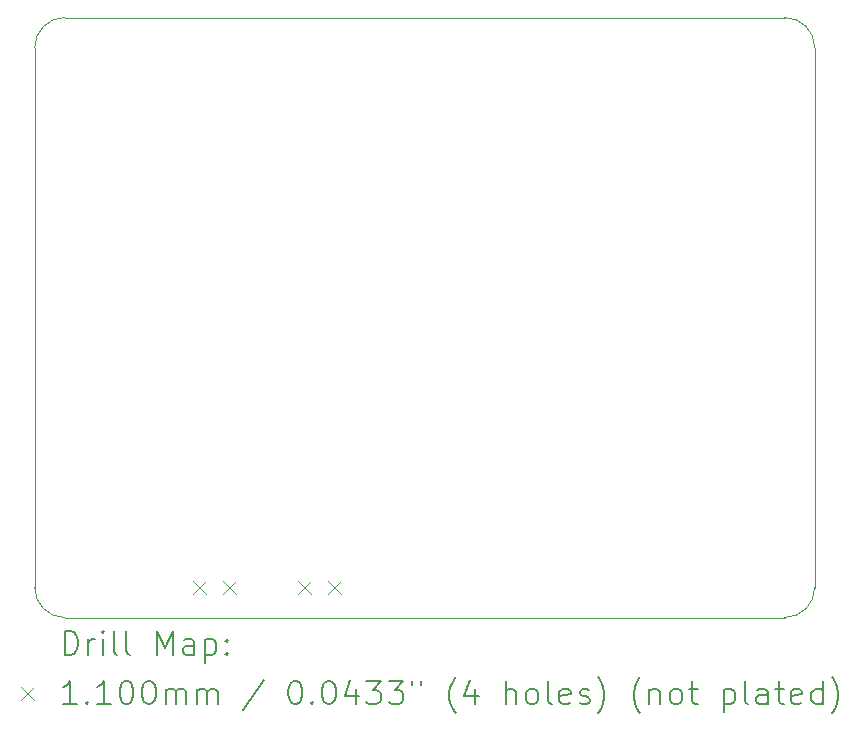
<source format=gbr>
%TF.GenerationSoftware,KiCad,Pcbnew,(6.0.7)*%
%TF.CreationDate,2023-06-21T14:44:01+08:00*%
%TF.ProjectId,Elevator_Indicator,456c6576-6174-46f7-925f-496e64696361,rev?*%
%TF.SameCoordinates,Original*%
%TF.FileFunction,Drillmap*%
%TF.FilePolarity,Positive*%
%FSLAX45Y45*%
G04 Gerber Fmt 4.5, Leading zero omitted, Abs format (unit mm)*
G04 Created by KiCad (PCBNEW (6.0.7)) date 2023-06-21 14:44:01*
%MOMM*%
%LPD*%
G01*
G04 APERTURE LIST*
%ADD10C,0.100000*%
%ADD11C,0.200000*%
%ADD12C,0.110000*%
G04 APERTURE END LIST*
D10*
X13970000Y-5334000D02*
X13970000Y-9906000D01*
X7366000Y-9906000D02*
G75*
G03*
X7620000Y-10160000I254000J0D01*
G01*
X13716000Y-10160000D02*
X7620000Y-10160000D01*
X7620000Y-5080000D02*
X13716000Y-5080000D01*
X7620000Y-5080000D02*
G75*
G03*
X7366000Y-5334000I0J-254000D01*
G01*
X13716000Y-10160000D02*
G75*
G03*
X13970000Y-9906000I0J254000D01*
G01*
X7366000Y-9906000D02*
X7366000Y-5334000D01*
X13970000Y-5334000D02*
G75*
G03*
X13716000Y-5080000I-254000J0D01*
G01*
D11*
D12*
X8708000Y-9851000D02*
X8818000Y-9961000D01*
X8818000Y-9851000D02*
X8708000Y-9961000D01*
X8962000Y-9851000D02*
X9072000Y-9961000D01*
X9072000Y-9851000D02*
X8962000Y-9961000D01*
X9597000Y-9851000D02*
X9707000Y-9961000D01*
X9707000Y-9851000D02*
X9597000Y-9961000D01*
X9851000Y-9851000D02*
X9961000Y-9961000D01*
X9961000Y-9851000D02*
X9851000Y-9961000D01*
D11*
X7618619Y-10475476D02*
X7618619Y-10275476D01*
X7666238Y-10275476D01*
X7694809Y-10285000D01*
X7713857Y-10304048D01*
X7723381Y-10323095D01*
X7732905Y-10361190D01*
X7732905Y-10389762D01*
X7723381Y-10427857D01*
X7713857Y-10446905D01*
X7694809Y-10465952D01*
X7666238Y-10475476D01*
X7618619Y-10475476D01*
X7818619Y-10475476D02*
X7818619Y-10342143D01*
X7818619Y-10380238D02*
X7828143Y-10361190D01*
X7837667Y-10351667D01*
X7856714Y-10342143D01*
X7875762Y-10342143D01*
X7942428Y-10475476D02*
X7942428Y-10342143D01*
X7942428Y-10275476D02*
X7932905Y-10285000D01*
X7942428Y-10294524D01*
X7951952Y-10285000D01*
X7942428Y-10275476D01*
X7942428Y-10294524D01*
X8066238Y-10475476D02*
X8047190Y-10465952D01*
X8037667Y-10446905D01*
X8037667Y-10275476D01*
X8171000Y-10475476D02*
X8151952Y-10465952D01*
X8142428Y-10446905D01*
X8142428Y-10275476D01*
X8399571Y-10475476D02*
X8399571Y-10275476D01*
X8466238Y-10418333D01*
X8532905Y-10275476D01*
X8532905Y-10475476D01*
X8713857Y-10475476D02*
X8713857Y-10370714D01*
X8704333Y-10351667D01*
X8685286Y-10342143D01*
X8647190Y-10342143D01*
X8628143Y-10351667D01*
X8713857Y-10465952D02*
X8694810Y-10475476D01*
X8647190Y-10475476D01*
X8628143Y-10465952D01*
X8618619Y-10446905D01*
X8618619Y-10427857D01*
X8628143Y-10408810D01*
X8647190Y-10399286D01*
X8694810Y-10399286D01*
X8713857Y-10389762D01*
X8809095Y-10342143D02*
X8809095Y-10542143D01*
X8809095Y-10351667D02*
X8828143Y-10342143D01*
X8866238Y-10342143D01*
X8885286Y-10351667D01*
X8894810Y-10361190D01*
X8904333Y-10380238D01*
X8904333Y-10437381D01*
X8894810Y-10456429D01*
X8885286Y-10465952D01*
X8866238Y-10475476D01*
X8828143Y-10475476D01*
X8809095Y-10465952D01*
X8990048Y-10456429D02*
X8999571Y-10465952D01*
X8990048Y-10475476D01*
X8980524Y-10465952D01*
X8990048Y-10456429D01*
X8990048Y-10475476D01*
X8990048Y-10351667D02*
X8999571Y-10361190D01*
X8990048Y-10370714D01*
X8980524Y-10361190D01*
X8990048Y-10351667D01*
X8990048Y-10370714D01*
D12*
X7251000Y-10750000D02*
X7361000Y-10860000D01*
X7361000Y-10750000D02*
X7251000Y-10860000D01*
D11*
X7723381Y-10895476D02*
X7609095Y-10895476D01*
X7666238Y-10895476D02*
X7666238Y-10695476D01*
X7647190Y-10724048D01*
X7628143Y-10743095D01*
X7609095Y-10752619D01*
X7809095Y-10876429D02*
X7818619Y-10885952D01*
X7809095Y-10895476D01*
X7799571Y-10885952D01*
X7809095Y-10876429D01*
X7809095Y-10895476D01*
X8009095Y-10895476D02*
X7894809Y-10895476D01*
X7951952Y-10895476D02*
X7951952Y-10695476D01*
X7932905Y-10724048D01*
X7913857Y-10743095D01*
X7894809Y-10752619D01*
X8132905Y-10695476D02*
X8151952Y-10695476D01*
X8171000Y-10705000D01*
X8180524Y-10714524D01*
X8190048Y-10733571D01*
X8199571Y-10771667D01*
X8199571Y-10819286D01*
X8190048Y-10857381D01*
X8180524Y-10876429D01*
X8171000Y-10885952D01*
X8151952Y-10895476D01*
X8132905Y-10895476D01*
X8113857Y-10885952D01*
X8104333Y-10876429D01*
X8094809Y-10857381D01*
X8085286Y-10819286D01*
X8085286Y-10771667D01*
X8094809Y-10733571D01*
X8104333Y-10714524D01*
X8113857Y-10705000D01*
X8132905Y-10695476D01*
X8323381Y-10695476D02*
X8342428Y-10695476D01*
X8361476Y-10705000D01*
X8371000Y-10714524D01*
X8380524Y-10733571D01*
X8390048Y-10771667D01*
X8390048Y-10819286D01*
X8380524Y-10857381D01*
X8371000Y-10876429D01*
X8361476Y-10885952D01*
X8342428Y-10895476D01*
X8323381Y-10895476D01*
X8304333Y-10885952D01*
X8294809Y-10876429D01*
X8285286Y-10857381D01*
X8275762Y-10819286D01*
X8275762Y-10771667D01*
X8285286Y-10733571D01*
X8294809Y-10714524D01*
X8304333Y-10705000D01*
X8323381Y-10695476D01*
X8475762Y-10895476D02*
X8475762Y-10762143D01*
X8475762Y-10781190D02*
X8485286Y-10771667D01*
X8504333Y-10762143D01*
X8532905Y-10762143D01*
X8551952Y-10771667D01*
X8561476Y-10790714D01*
X8561476Y-10895476D01*
X8561476Y-10790714D02*
X8571000Y-10771667D01*
X8590048Y-10762143D01*
X8618619Y-10762143D01*
X8637667Y-10771667D01*
X8647190Y-10790714D01*
X8647190Y-10895476D01*
X8742429Y-10895476D02*
X8742429Y-10762143D01*
X8742429Y-10781190D02*
X8751952Y-10771667D01*
X8771000Y-10762143D01*
X8799571Y-10762143D01*
X8818619Y-10771667D01*
X8828143Y-10790714D01*
X8828143Y-10895476D01*
X8828143Y-10790714D02*
X8837667Y-10771667D01*
X8856714Y-10762143D01*
X8885286Y-10762143D01*
X8904333Y-10771667D01*
X8913857Y-10790714D01*
X8913857Y-10895476D01*
X9304333Y-10685952D02*
X9132905Y-10943095D01*
X9561476Y-10695476D02*
X9580524Y-10695476D01*
X9599571Y-10705000D01*
X9609095Y-10714524D01*
X9618619Y-10733571D01*
X9628143Y-10771667D01*
X9628143Y-10819286D01*
X9618619Y-10857381D01*
X9609095Y-10876429D01*
X9599571Y-10885952D01*
X9580524Y-10895476D01*
X9561476Y-10895476D01*
X9542429Y-10885952D01*
X9532905Y-10876429D01*
X9523381Y-10857381D01*
X9513857Y-10819286D01*
X9513857Y-10771667D01*
X9523381Y-10733571D01*
X9532905Y-10714524D01*
X9542429Y-10705000D01*
X9561476Y-10695476D01*
X9713857Y-10876429D02*
X9723381Y-10885952D01*
X9713857Y-10895476D01*
X9704333Y-10885952D01*
X9713857Y-10876429D01*
X9713857Y-10895476D01*
X9847190Y-10695476D02*
X9866238Y-10695476D01*
X9885286Y-10705000D01*
X9894810Y-10714524D01*
X9904333Y-10733571D01*
X9913857Y-10771667D01*
X9913857Y-10819286D01*
X9904333Y-10857381D01*
X9894810Y-10876429D01*
X9885286Y-10885952D01*
X9866238Y-10895476D01*
X9847190Y-10895476D01*
X9828143Y-10885952D01*
X9818619Y-10876429D01*
X9809095Y-10857381D01*
X9799571Y-10819286D01*
X9799571Y-10771667D01*
X9809095Y-10733571D01*
X9818619Y-10714524D01*
X9828143Y-10705000D01*
X9847190Y-10695476D01*
X10085286Y-10762143D02*
X10085286Y-10895476D01*
X10037667Y-10685952D02*
X9990048Y-10828810D01*
X10113857Y-10828810D01*
X10171000Y-10695476D02*
X10294810Y-10695476D01*
X10228143Y-10771667D01*
X10256714Y-10771667D01*
X10275762Y-10781190D01*
X10285286Y-10790714D01*
X10294810Y-10809762D01*
X10294810Y-10857381D01*
X10285286Y-10876429D01*
X10275762Y-10885952D01*
X10256714Y-10895476D01*
X10199571Y-10895476D01*
X10180524Y-10885952D01*
X10171000Y-10876429D01*
X10361476Y-10695476D02*
X10485286Y-10695476D01*
X10418619Y-10771667D01*
X10447190Y-10771667D01*
X10466238Y-10781190D01*
X10475762Y-10790714D01*
X10485286Y-10809762D01*
X10485286Y-10857381D01*
X10475762Y-10876429D01*
X10466238Y-10885952D01*
X10447190Y-10895476D01*
X10390048Y-10895476D01*
X10371000Y-10885952D01*
X10361476Y-10876429D01*
X10561476Y-10695476D02*
X10561476Y-10733571D01*
X10637667Y-10695476D02*
X10637667Y-10733571D01*
X10932905Y-10971667D02*
X10923381Y-10962143D01*
X10904333Y-10933571D01*
X10894810Y-10914524D01*
X10885286Y-10885952D01*
X10875762Y-10838333D01*
X10875762Y-10800238D01*
X10885286Y-10752619D01*
X10894810Y-10724048D01*
X10904333Y-10705000D01*
X10923381Y-10676429D01*
X10932905Y-10666905D01*
X11094810Y-10762143D02*
X11094810Y-10895476D01*
X11047190Y-10685952D02*
X10999571Y-10828810D01*
X11123381Y-10828810D01*
X11351952Y-10895476D02*
X11351952Y-10695476D01*
X11437667Y-10895476D02*
X11437667Y-10790714D01*
X11428143Y-10771667D01*
X11409095Y-10762143D01*
X11380524Y-10762143D01*
X11361476Y-10771667D01*
X11351952Y-10781190D01*
X11561476Y-10895476D02*
X11542428Y-10885952D01*
X11532905Y-10876429D01*
X11523381Y-10857381D01*
X11523381Y-10800238D01*
X11532905Y-10781190D01*
X11542428Y-10771667D01*
X11561476Y-10762143D01*
X11590048Y-10762143D01*
X11609095Y-10771667D01*
X11618619Y-10781190D01*
X11628143Y-10800238D01*
X11628143Y-10857381D01*
X11618619Y-10876429D01*
X11609095Y-10885952D01*
X11590048Y-10895476D01*
X11561476Y-10895476D01*
X11742428Y-10895476D02*
X11723381Y-10885952D01*
X11713857Y-10866905D01*
X11713857Y-10695476D01*
X11894809Y-10885952D02*
X11875762Y-10895476D01*
X11837667Y-10895476D01*
X11818619Y-10885952D01*
X11809095Y-10866905D01*
X11809095Y-10790714D01*
X11818619Y-10771667D01*
X11837667Y-10762143D01*
X11875762Y-10762143D01*
X11894809Y-10771667D01*
X11904333Y-10790714D01*
X11904333Y-10809762D01*
X11809095Y-10828810D01*
X11980524Y-10885952D02*
X11999571Y-10895476D01*
X12037667Y-10895476D01*
X12056714Y-10885952D01*
X12066238Y-10866905D01*
X12066238Y-10857381D01*
X12056714Y-10838333D01*
X12037667Y-10828810D01*
X12009095Y-10828810D01*
X11990048Y-10819286D01*
X11980524Y-10800238D01*
X11980524Y-10790714D01*
X11990048Y-10771667D01*
X12009095Y-10762143D01*
X12037667Y-10762143D01*
X12056714Y-10771667D01*
X12132905Y-10971667D02*
X12142428Y-10962143D01*
X12161476Y-10933571D01*
X12171000Y-10914524D01*
X12180524Y-10885952D01*
X12190048Y-10838333D01*
X12190048Y-10800238D01*
X12180524Y-10752619D01*
X12171000Y-10724048D01*
X12161476Y-10705000D01*
X12142428Y-10676429D01*
X12132905Y-10666905D01*
X12494809Y-10971667D02*
X12485286Y-10962143D01*
X12466238Y-10933571D01*
X12456714Y-10914524D01*
X12447190Y-10885952D01*
X12437667Y-10838333D01*
X12437667Y-10800238D01*
X12447190Y-10752619D01*
X12456714Y-10724048D01*
X12466238Y-10705000D01*
X12485286Y-10676429D01*
X12494809Y-10666905D01*
X12571000Y-10762143D02*
X12571000Y-10895476D01*
X12571000Y-10781190D02*
X12580524Y-10771667D01*
X12599571Y-10762143D01*
X12628143Y-10762143D01*
X12647190Y-10771667D01*
X12656714Y-10790714D01*
X12656714Y-10895476D01*
X12780524Y-10895476D02*
X12761476Y-10885952D01*
X12751952Y-10876429D01*
X12742428Y-10857381D01*
X12742428Y-10800238D01*
X12751952Y-10781190D01*
X12761476Y-10771667D01*
X12780524Y-10762143D01*
X12809095Y-10762143D01*
X12828143Y-10771667D01*
X12837667Y-10781190D01*
X12847190Y-10800238D01*
X12847190Y-10857381D01*
X12837667Y-10876429D01*
X12828143Y-10885952D01*
X12809095Y-10895476D01*
X12780524Y-10895476D01*
X12904333Y-10762143D02*
X12980524Y-10762143D01*
X12932905Y-10695476D02*
X12932905Y-10866905D01*
X12942428Y-10885952D01*
X12961476Y-10895476D01*
X12980524Y-10895476D01*
X13199571Y-10762143D02*
X13199571Y-10962143D01*
X13199571Y-10771667D02*
X13218619Y-10762143D01*
X13256714Y-10762143D01*
X13275762Y-10771667D01*
X13285286Y-10781190D01*
X13294809Y-10800238D01*
X13294809Y-10857381D01*
X13285286Y-10876429D01*
X13275762Y-10885952D01*
X13256714Y-10895476D01*
X13218619Y-10895476D01*
X13199571Y-10885952D01*
X13409095Y-10895476D02*
X13390048Y-10885952D01*
X13380524Y-10866905D01*
X13380524Y-10695476D01*
X13571000Y-10895476D02*
X13571000Y-10790714D01*
X13561476Y-10771667D01*
X13542428Y-10762143D01*
X13504333Y-10762143D01*
X13485286Y-10771667D01*
X13571000Y-10885952D02*
X13551952Y-10895476D01*
X13504333Y-10895476D01*
X13485286Y-10885952D01*
X13475762Y-10866905D01*
X13475762Y-10847857D01*
X13485286Y-10828810D01*
X13504333Y-10819286D01*
X13551952Y-10819286D01*
X13571000Y-10809762D01*
X13637667Y-10762143D02*
X13713857Y-10762143D01*
X13666238Y-10695476D02*
X13666238Y-10866905D01*
X13675762Y-10885952D01*
X13694809Y-10895476D01*
X13713857Y-10895476D01*
X13856714Y-10885952D02*
X13837667Y-10895476D01*
X13799571Y-10895476D01*
X13780524Y-10885952D01*
X13771000Y-10866905D01*
X13771000Y-10790714D01*
X13780524Y-10771667D01*
X13799571Y-10762143D01*
X13837667Y-10762143D01*
X13856714Y-10771667D01*
X13866238Y-10790714D01*
X13866238Y-10809762D01*
X13771000Y-10828810D01*
X14037667Y-10895476D02*
X14037667Y-10695476D01*
X14037667Y-10885952D02*
X14018619Y-10895476D01*
X13980524Y-10895476D01*
X13961476Y-10885952D01*
X13951952Y-10876429D01*
X13942428Y-10857381D01*
X13942428Y-10800238D01*
X13951952Y-10781190D01*
X13961476Y-10771667D01*
X13980524Y-10762143D01*
X14018619Y-10762143D01*
X14037667Y-10771667D01*
X14113857Y-10971667D02*
X14123381Y-10962143D01*
X14142428Y-10933571D01*
X14151952Y-10914524D01*
X14161476Y-10885952D01*
X14171000Y-10838333D01*
X14171000Y-10800238D01*
X14161476Y-10752619D01*
X14151952Y-10724048D01*
X14142428Y-10705000D01*
X14123381Y-10676429D01*
X14113857Y-10666905D01*
M02*

</source>
